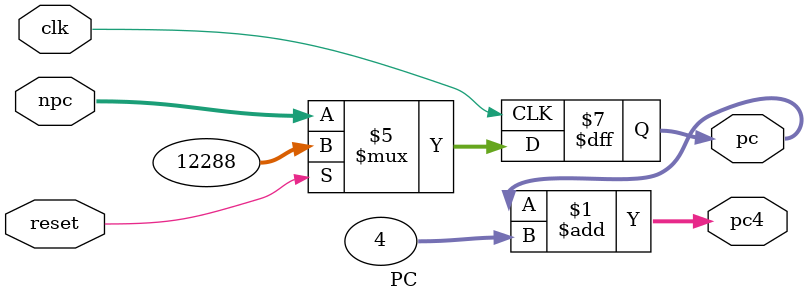
<source format=v>
`timescale 1ns / 1ps
`define INITIAL 32'h0000_3000

module PC(
    input [31:0] npc,
    input clk,
    input reset,
    output reg [31:0] pc,
	 output [31:0] pc4
    );
	 
	 initial begin
		pc = `INITIAL;
	 end
	 
	 assign pc4 = pc + 4;
	 
	 always  @(posedge clk) begin
		if (reset) begin
			pc = `INITIAL;
		end
		else begin
			pc = npc;
		end
	 end

endmodule

</source>
